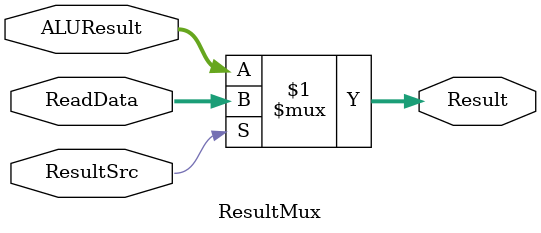
<source format=sv>
module ResultMux #(
    parameter DATA_WIDTH = 32

)(
    input logic ResultSrc,
    input logic [DATA_WIDTH-1:0] ReadData,
    input logic [DATA_WIDTH-1:0] ALUResult,
    output logic [DATA_WIDTH-1:0] Result    
);
    assign Result = (ResultSrc) ? ReadData : ALUResult;

endmodule 

</source>
